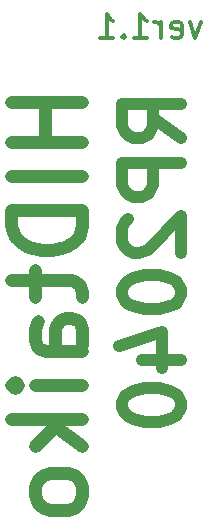
<source format=gbr>
%TF.GenerationSoftware,KiCad,Pcbnew,7.0.9*%
%TF.CreationDate,2025-04-28T00:26:43+09:00*%
%TF.ProjectId,Rp2040_v1.1,52703230-3430-45f7-9631-2e312e6b6963,rev?*%
%TF.SameCoordinates,Original*%
%TF.FileFunction,Legend,Bot*%
%TF.FilePolarity,Positive*%
%FSLAX46Y46*%
G04 Gerber Fmt 4.6, Leading zero omitted, Abs format (unit mm)*
G04 Created by KiCad (PCBNEW 7.0.9) date 2025-04-28 00:26:43*
%MOMM*%
%LPD*%
G01*
G04 APERTURE LIST*
%ADD10C,1.000000*%
%ADD11C,1.100000*%
%ADD12C,0.300000*%
G04 APERTURE END LIST*
D10*
X96836095Y-39455513D02*
X94455142Y-37788846D01*
X96836095Y-36598370D02*
X91836095Y-36598370D01*
X91836095Y-36598370D02*
X91836095Y-38503132D01*
X91836095Y-38503132D02*
X92074190Y-38979322D01*
X92074190Y-38979322D02*
X92312285Y-39217417D01*
X92312285Y-39217417D02*
X92788476Y-39455513D01*
X92788476Y-39455513D02*
X93502761Y-39455513D01*
X93502761Y-39455513D02*
X93978952Y-39217417D01*
X93978952Y-39217417D02*
X94217047Y-38979322D01*
X94217047Y-38979322D02*
X94455142Y-38503132D01*
X94455142Y-38503132D02*
X94455142Y-36598370D01*
X96836095Y-41598370D02*
X91836095Y-41598370D01*
X91836095Y-41598370D02*
X91836095Y-43503132D01*
X91836095Y-43503132D02*
X92074190Y-43979322D01*
X92074190Y-43979322D02*
X92312285Y-44217417D01*
X92312285Y-44217417D02*
X92788476Y-44455513D01*
X92788476Y-44455513D02*
X93502761Y-44455513D01*
X93502761Y-44455513D02*
X93978952Y-44217417D01*
X93978952Y-44217417D02*
X94217047Y-43979322D01*
X94217047Y-43979322D02*
X94455142Y-43503132D01*
X94455142Y-43503132D02*
X94455142Y-41598370D01*
X92312285Y-46360274D02*
X92074190Y-46598370D01*
X92074190Y-46598370D02*
X91836095Y-47074560D01*
X91836095Y-47074560D02*
X91836095Y-48265036D01*
X91836095Y-48265036D02*
X92074190Y-48741227D01*
X92074190Y-48741227D02*
X92312285Y-48979322D01*
X92312285Y-48979322D02*
X92788476Y-49217417D01*
X92788476Y-49217417D02*
X93264666Y-49217417D01*
X93264666Y-49217417D02*
X93978952Y-48979322D01*
X93978952Y-48979322D02*
X96836095Y-46122179D01*
X96836095Y-46122179D02*
X96836095Y-49217417D01*
X91836095Y-52312656D02*
X91836095Y-52788846D01*
X91836095Y-52788846D02*
X92074190Y-53265037D01*
X92074190Y-53265037D02*
X92312285Y-53503132D01*
X92312285Y-53503132D02*
X92788476Y-53741227D01*
X92788476Y-53741227D02*
X93740857Y-53979322D01*
X93740857Y-53979322D02*
X94931333Y-53979322D01*
X94931333Y-53979322D02*
X95883714Y-53741227D01*
X95883714Y-53741227D02*
X96359904Y-53503132D01*
X96359904Y-53503132D02*
X96598000Y-53265037D01*
X96598000Y-53265037D02*
X96836095Y-52788846D01*
X96836095Y-52788846D02*
X96836095Y-52312656D01*
X96836095Y-52312656D02*
X96598000Y-51836465D01*
X96598000Y-51836465D02*
X96359904Y-51598370D01*
X96359904Y-51598370D02*
X95883714Y-51360275D01*
X95883714Y-51360275D02*
X94931333Y-51122179D01*
X94931333Y-51122179D02*
X93740857Y-51122179D01*
X93740857Y-51122179D02*
X92788476Y-51360275D01*
X92788476Y-51360275D02*
X92312285Y-51598370D01*
X92312285Y-51598370D02*
X92074190Y-51836465D01*
X92074190Y-51836465D02*
X91836095Y-52312656D01*
X93502761Y-58265037D02*
X96836095Y-58265037D01*
X91598000Y-57074561D02*
X95169428Y-55884084D01*
X95169428Y-55884084D02*
X95169428Y-58979323D01*
X91836095Y-61836466D02*
X91836095Y-62312656D01*
X91836095Y-62312656D02*
X92074190Y-62788847D01*
X92074190Y-62788847D02*
X92312285Y-63026942D01*
X92312285Y-63026942D02*
X92788476Y-63265037D01*
X92788476Y-63265037D02*
X93740857Y-63503132D01*
X93740857Y-63503132D02*
X94931333Y-63503132D01*
X94931333Y-63503132D02*
X95883714Y-63265037D01*
X95883714Y-63265037D02*
X96359904Y-63026942D01*
X96359904Y-63026942D02*
X96598000Y-62788847D01*
X96598000Y-62788847D02*
X96836095Y-62312656D01*
X96836095Y-62312656D02*
X96836095Y-61836466D01*
X96836095Y-61836466D02*
X96598000Y-61360275D01*
X96598000Y-61360275D02*
X96359904Y-61122180D01*
X96359904Y-61122180D02*
X95883714Y-60884085D01*
X95883714Y-60884085D02*
X94931333Y-60645989D01*
X94931333Y-60645989D02*
X93740857Y-60645989D01*
X93740857Y-60645989D02*
X92788476Y-60884085D01*
X92788476Y-60884085D02*
X92312285Y-61122180D01*
X92312285Y-61122180D02*
X92074190Y-61360275D01*
X92074190Y-61360275D02*
X91836095Y-61836466D01*
D11*
X88458514Y-36402255D02*
X82458514Y-36402255D01*
X85315657Y-36402255D02*
X85315657Y-39830826D01*
X88458514Y-39830826D02*
X82458514Y-39830826D01*
X88458514Y-42687969D02*
X82458514Y-42687969D01*
X88458514Y-45545112D02*
X82458514Y-45545112D01*
X82458514Y-45545112D02*
X82458514Y-46973683D01*
X82458514Y-46973683D02*
X82744228Y-47830826D01*
X82744228Y-47830826D02*
X83315657Y-48402255D01*
X83315657Y-48402255D02*
X83887085Y-48687969D01*
X83887085Y-48687969D02*
X85029942Y-48973683D01*
X85029942Y-48973683D02*
X85887085Y-48973683D01*
X85887085Y-48973683D02*
X87029942Y-48687969D01*
X87029942Y-48687969D02*
X87601371Y-48402255D01*
X87601371Y-48402255D02*
X88172800Y-47830826D01*
X88172800Y-47830826D02*
X88458514Y-46973683D01*
X88458514Y-46973683D02*
X88458514Y-45545112D01*
X84458514Y-50687969D02*
X84458514Y-52973683D01*
X82458514Y-51545112D02*
X87601371Y-51545112D01*
X87601371Y-51545112D02*
X88172800Y-51830826D01*
X88172800Y-51830826D02*
X88458514Y-52402255D01*
X88458514Y-52402255D02*
X88458514Y-52973683D01*
X88458514Y-57545112D02*
X85315657Y-57545112D01*
X85315657Y-57545112D02*
X84744228Y-57259397D01*
X84744228Y-57259397D02*
X84458514Y-56687969D01*
X84458514Y-56687969D02*
X84458514Y-55545112D01*
X84458514Y-55545112D02*
X84744228Y-54973683D01*
X88172800Y-57545112D02*
X88458514Y-56973683D01*
X88458514Y-56973683D02*
X88458514Y-55545112D01*
X88458514Y-55545112D02*
X88172800Y-54973683D01*
X88172800Y-54973683D02*
X87601371Y-54687969D01*
X87601371Y-54687969D02*
X87029942Y-54687969D01*
X87029942Y-54687969D02*
X86458514Y-54973683D01*
X86458514Y-54973683D02*
X86172800Y-55545112D01*
X86172800Y-55545112D02*
X86172800Y-56973683D01*
X86172800Y-56973683D02*
X85887085Y-57545112D01*
X88458514Y-60402254D02*
X84458514Y-60402254D01*
X82458514Y-60402254D02*
X82744228Y-60116540D01*
X82744228Y-60116540D02*
X83029942Y-60402254D01*
X83029942Y-60402254D02*
X82744228Y-60687968D01*
X82744228Y-60687968D02*
X82458514Y-60402254D01*
X82458514Y-60402254D02*
X83029942Y-60402254D01*
X88458514Y-63259397D02*
X82458514Y-63259397D01*
X86172800Y-63830826D02*
X88458514Y-65545111D01*
X84458514Y-65545111D02*
X86744228Y-63259397D01*
X88458514Y-68973683D02*
X88172800Y-68402254D01*
X88172800Y-68402254D02*
X87887085Y-68116540D01*
X87887085Y-68116540D02*
X87315657Y-67830826D01*
X87315657Y-67830826D02*
X85601371Y-67830826D01*
X85601371Y-67830826D02*
X85029942Y-68116540D01*
X85029942Y-68116540D02*
X84744228Y-68402254D01*
X84744228Y-68402254D02*
X84458514Y-68973683D01*
X84458514Y-68973683D02*
X84458514Y-69830826D01*
X84458514Y-69830826D02*
X84744228Y-70402254D01*
X84744228Y-70402254D02*
X85029942Y-70687969D01*
X85029942Y-70687969D02*
X85601371Y-70973683D01*
X85601371Y-70973683D02*
X87315657Y-70973683D01*
X87315657Y-70973683D02*
X87887085Y-70687969D01*
X87887085Y-70687969D02*
X88172800Y-70402254D01*
X88172800Y-70402254D02*
X88458514Y-69830826D01*
X88458514Y-69830826D02*
X88458514Y-68973683D01*
D12*
X98516917Y-29656304D02*
X98040727Y-30989638D01*
X98040727Y-30989638D02*
X97564536Y-29656304D01*
X96040726Y-30894400D02*
X96231202Y-30989638D01*
X96231202Y-30989638D02*
X96612155Y-30989638D01*
X96612155Y-30989638D02*
X96802631Y-30894400D01*
X96802631Y-30894400D02*
X96897869Y-30703923D01*
X96897869Y-30703923D02*
X96897869Y-29942019D01*
X96897869Y-29942019D02*
X96802631Y-29751542D01*
X96802631Y-29751542D02*
X96612155Y-29656304D01*
X96612155Y-29656304D02*
X96231202Y-29656304D01*
X96231202Y-29656304D02*
X96040726Y-29751542D01*
X96040726Y-29751542D02*
X95945488Y-29942019D01*
X95945488Y-29942019D02*
X95945488Y-30132495D01*
X95945488Y-30132495D02*
X96897869Y-30322971D01*
X95088345Y-30989638D02*
X95088345Y-29656304D01*
X95088345Y-30037257D02*
X94993107Y-29846780D01*
X94993107Y-29846780D02*
X94897869Y-29751542D01*
X94897869Y-29751542D02*
X94707393Y-29656304D01*
X94707393Y-29656304D02*
X94516916Y-29656304D01*
X92802631Y-30989638D02*
X93945488Y-30989638D01*
X93374060Y-30989638D02*
X93374060Y-28989638D01*
X93374060Y-28989638D02*
X93564536Y-29275352D01*
X93564536Y-29275352D02*
X93755012Y-29465828D01*
X93755012Y-29465828D02*
X93945488Y-29561066D01*
X91945488Y-30799161D02*
X91850250Y-30894400D01*
X91850250Y-30894400D02*
X91945488Y-30989638D01*
X91945488Y-30989638D02*
X92040726Y-30894400D01*
X92040726Y-30894400D02*
X91945488Y-30799161D01*
X91945488Y-30799161D02*
X91945488Y-30989638D01*
X89945488Y-30989638D02*
X91088345Y-30989638D01*
X90516917Y-30989638D02*
X90516917Y-28989638D01*
X90516917Y-28989638D02*
X90707393Y-29275352D01*
X90707393Y-29275352D02*
X90897869Y-29465828D01*
X90897869Y-29465828D02*
X91088345Y-29561066D01*
M02*

</source>
